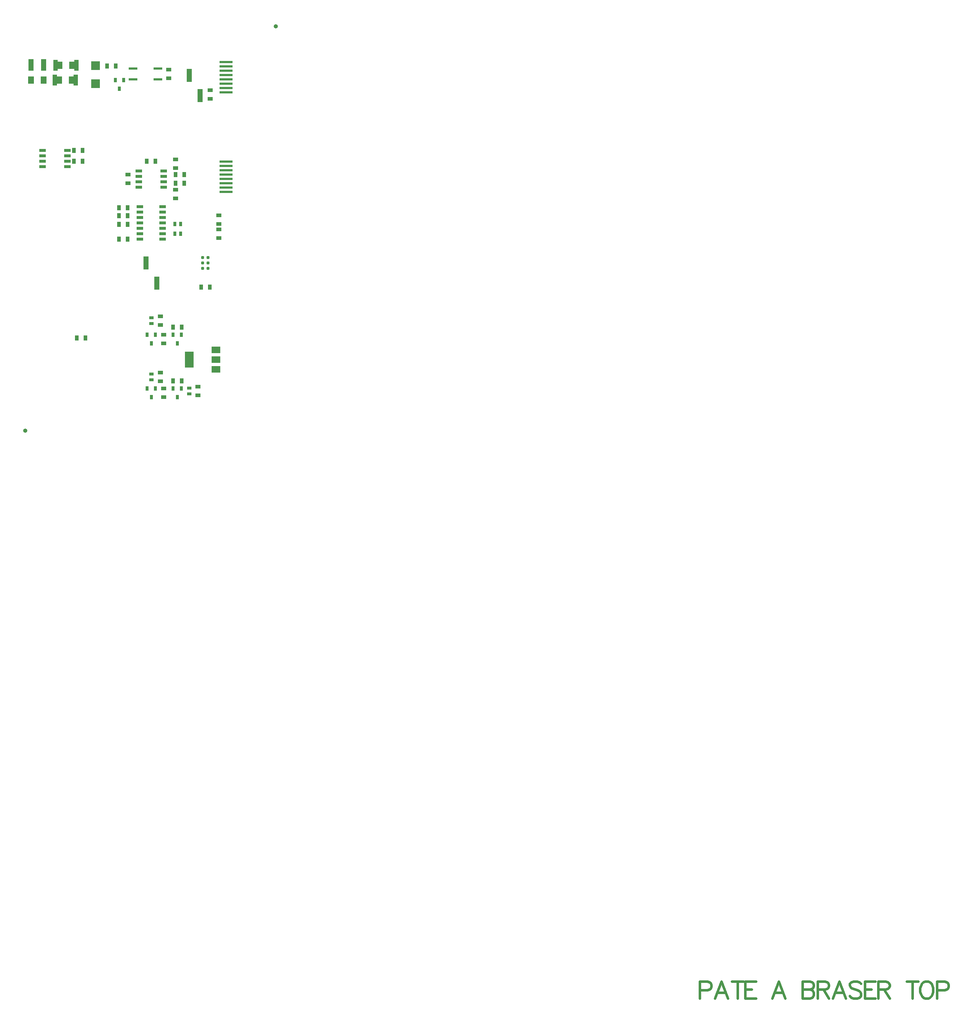
<source format=gtp>
G04*
G04 #@! TF.GenerationSoftware,Altium Limited,Altium Designer,18.1.6 (161)*
G04*
G04 Layer_Color=8421504*
%FSLAX25Y25*%
%MOIN*%
G70*
G01*
G75*
%ADD11C,0.02362*%
%ADD20R,0.03500X0.05000*%
%ADD21R,0.05315X0.07087*%
%ADD22R,0.04000X0.09843*%
%ADD23R,0.02854X0.04000*%
%ADD24R,0.05000X0.03500*%
%ADD25R,0.05000X0.12205*%
%ADD26R,0.12008X0.02362*%
%ADD27R,0.08465X0.02362*%
%ADD28R,0.04000X0.02854*%
%ADD29C,0.03100*%
%ADD30R,0.08000X0.15000*%
%ADD31R,0.08000X0.06000*%
%ADD32R,0.03000X0.04000*%
%ADD33R,0.05910X0.03030*%
%ADD34R,0.06000X0.02500*%
%ADD35R,0.05000X0.11023*%
%ADD36O,0.04000X0.03937*%
%ADD37R,0.08000X0.08000*%
D11*
X706180Y-509701D02*
X712927D01*
X715177Y-508951D01*
X715926Y-508202D01*
X716676Y-506702D01*
Y-504453D01*
X715926Y-502953D01*
X715177Y-502204D01*
X712927Y-501454D01*
X706180D01*
Y-517198D01*
X732196D02*
X726198Y-501454D01*
X720200Y-517198D01*
X722449Y-511950D02*
X729947D01*
X741118Y-501454D02*
Y-517198D01*
X735870Y-501454D02*
X746366D01*
X757987D02*
X748240D01*
Y-517198D01*
X757987D01*
X748240Y-508951D02*
X754238D01*
X784978Y-517198D02*
X778980Y-501454D01*
X772982Y-517198D01*
X775231Y-511950D02*
X782729D01*
X801022Y-501454D02*
Y-517198D01*
Y-501454D02*
X807770D01*
X810019Y-502204D01*
X810769Y-502953D01*
X811519Y-504453D01*
Y-505952D01*
X810769Y-507452D01*
X810019Y-508202D01*
X807770Y-508951D01*
X801022D02*
X807770D01*
X810019Y-509701D01*
X810769Y-510451D01*
X811519Y-511950D01*
Y-514199D01*
X810769Y-515699D01*
X810019Y-516449D01*
X807770Y-517198D01*
X801022D01*
X815043Y-501454D02*
Y-517198D01*
Y-501454D02*
X821790D01*
X824040Y-502204D01*
X824789Y-502953D01*
X825539Y-504453D01*
Y-505952D01*
X824789Y-507452D01*
X824040Y-508202D01*
X821790Y-508951D01*
X815043D01*
X820291D02*
X825539Y-517198D01*
X841059D02*
X835061Y-501454D01*
X829063Y-517198D01*
X831312Y-511950D02*
X838810D01*
X855229Y-503703D02*
X853730Y-502204D01*
X851480Y-501454D01*
X848481D01*
X846232Y-502204D01*
X844733Y-503703D01*
Y-505202D01*
X845482Y-506702D01*
X846232Y-507452D01*
X847732Y-508202D01*
X852230Y-509701D01*
X853730Y-510451D01*
X854479Y-511201D01*
X855229Y-512700D01*
Y-514949D01*
X853730Y-516449D01*
X851480Y-517198D01*
X848481D01*
X846232Y-516449D01*
X844733Y-514949D01*
X868499Y-501454D02*
X858753D01*
Y-517198D01*
X868499D01*
X858753Y-508951D02*
X864751D01*
X871124Y-501454D02*
Y-517198D01*
Y-501454D02*
X877871D01*
X880121Y-502204D01*
X880870Y-502953D01*
X881620Y-504453D01*
Y-505952D01*
X880870Y-507452D01*
X880121Y-508202D01*
X877871Y-508951D01*
X871124D01*
X876372D02*
X881620Y-517198D01*
X902763Y-501454D02*
Y-517198D01*
X897515Y-501454D02*
X908011D01*
X914384D02*
X912884Y-502204D01*
X911385Y-503703D01*
X910635Y-505202D01*
X909885Y-507452D01*
Y-511201D01*
X910635Y-513450D01*
X911385Y-514949D01*
X912884Y-516449D01*
X914384Y-517198D01*
X917383D01*
X918882Y-516449D01*
X920382Y-514949D01*
X921132Y-513450D01*
X921881Y-511201D01*
Y-507452D01*
X921132Y-505202D01*
X920382Y-503703D01*
X918882Y-502204D01*
X917383Y-501454D01*
X914384D01*
X925555Y-509701D02*
X932303D01*
X934552Y-508951D01*
X935302Y-508202D01*
X936052Y-506702D01*
Y-504453D01*
X935302Y-502953D01*
X934552Y-502204D01*
X932303Y-501454D01*
X925555D01*
Y-517198D01*
D20*
X129917Y93051D02*
D03*
X137917D02*
D03*
X218917Y53551D02*
D03*
X226917D02*
D03*
X221354Y244030D02*
D03*
X229354D02*
D03*
X221354Y236030D02*
D03*
X229354D02*
D03*
X177000Y184551D02*
D03*
X169000D02*
D03*
X176917Y198051D02*
D03*
X168917D02*
D03*
X176917Y206051D02*
D03*
X168917D02*
D03*
X218917Y103051D02*
D03*
X226917D02*
D03*
X158000Y344500D02*
D03*
X166000D02*
D03*
X168917Y213551D02*
D03*
X176917D02*
D03*
X253000Y140000D02*
D03*
X245000D02*
D03*
X202854Y256530D02*
D03*
X194854D02*
D03*
X135500Y266500D02*
D03*
X127500D02*
D03*
Y256500D02*
D03*
X135500D02*
D03*
D21*
X125807Y345000D02*
D03*
X114193D02*
D03*
X87693Y331500D02*
D03*
X99307D02*
D03*
X113693D02*
D03*
X125307D02*
D03*
D22*
X129646Y345000D02*
D03*
X110354D02*
D03*
X109854Y331500D02*
D03*
X129146D02*
D03*
D23*
X220783Y198500D02*
D03*
X226217D02*
D03*
X220701Y189551D02*
D03*
X226134D02*
D03*
D24*
X215000Y333000D02*
D03*
Y341000D02*
D03*
X207417Y53051D02*
D03*
Y61051D02*
D03*
X221417Y230051D02*
D03*
Y222051D02*
D03*
X261417Y193551D02*
D03*
Y185551D02*
D03*
X210417Y46551D02*
D03*
Y38551D02*
D03*
X207417Y105051D02*
D03*
Y113051D02*
D03*
X261417Y206551D02*
D03*
Y198551D02*
D03*
X241917Y48051D02*
D03*
Y40051D02*
D03*
X210417Y96051D02*
D03*
Y88051D02*
D03*
X177354Y236030D02*
D03*
Y244030D02*
D03*
X221354Y258030D02*
D03*
Y250030D02*
D03*
X253500Y314000D02*
D03*
Y322000D02*
D03*
D25*
X244000Y317248D02*
D03*
X234000Y335752D02*
D03*
X193936Y162252D02*
D03*
X203936Y143748D02*
D03*
D26*
X268149Y320044D02*
D03*
Y324044D02*
D03*
Y328044D02*
D03*
Y332044D02*
D03*
Y336044D02*
D03*
Y340044D02*
D03*
Y344044D02*
D03*
Y348044D02*
D03*
X268137Y228182D02*
D03*
Y232182D02*
D03*
Y236182D02*
D03*
Y240182D02*
D03*
Y244182D02*
D03*
Y248182D02*
D03*
Y252182D02*
D03*
Y256182D02*
D03*
D27*
X204917Y332000D02*
D03*
Y342000D02*
D03*
X182083Y332000D02*
D03*
Y342000D02*
D03*
D28*
X198917Y54335D02*
D03*
Y59768D02*
D03*
Y106335D02*
D03*
Y111768D02*
D03*
X233917Y46768D02*
D03*
Y41335D02*
D03*
D29*
X251417Y157551D02*
D03*
X246417D02*
D03*
Y162551D02*
D03*
Y167551D02*
D03*
X251417Y162551D02*
D03*
Y167551D02*
D03*
D30*
X234167Y72940D02*
D03*
D31*
X258667Y82060D02*
D03*
Y73000D02*
D03*
Y63940D02*
D03*
D32*
X222917Y38551D02*
D03*
X226667Y46551D02*
D03*
X219167D02*
D03*
X198917Y38551D02*
D03*
X202667Y46551D02*
D03*
X195167D02*
D03*
X169500Y323500D02*
D03*
X173250Y331500D02*
D03*
X165750D02*
D03*
X198917Y88051D02*
D03*
X202667Y96051D02*
D03*
X195167D02*
D03*
X222917Y88051D02*
D03*
X226667Y96051D02*
D03*
X219167D02*
D03*
D33*
X98500Y266551D02*
D03*
Y261551D02*
D03*
Y256551D02*
D03*
Y251551D02*
D03*
X121500D02*
D03*
Y256551D02*
D03*
Y261551D02*
D03*
Y266551D02*
D03*
X187436Y247479D02*
D03*
Y242479D02*
D03*
Y237479D02*
D03*
Y232479D02*
D03*
X210436D02*
D03*
Y237479D02*
D03*
Y242479D02*
D03*
Y247479D02*
D03*
D34*
X188417Y214551D02*
D03*
Y209551D02*
D03*
Y204551D02*
D03*
Y199551D02*
D03*
Y194551D02*
D03*
Y189551D02*
D03*
Y184551D02*
D03*
X209417Y194551D02*
D03*
Y199551D02*
D03*
Y204551D02*
D03*
Y209551D02*
D03*
Y214551D02*
D03*
Y184551D02*
D03*
Y189551D02*
D03*
D35*
X99405Y345500D02*
D03*
X87595D02*
D03*
D36*
X82500Y7500D02*
D03*
X314000Y381000D02*
D03*
D37*
X147500Y344770D02*
D03*
Y328230D02*
D03*
M02*

</source>
